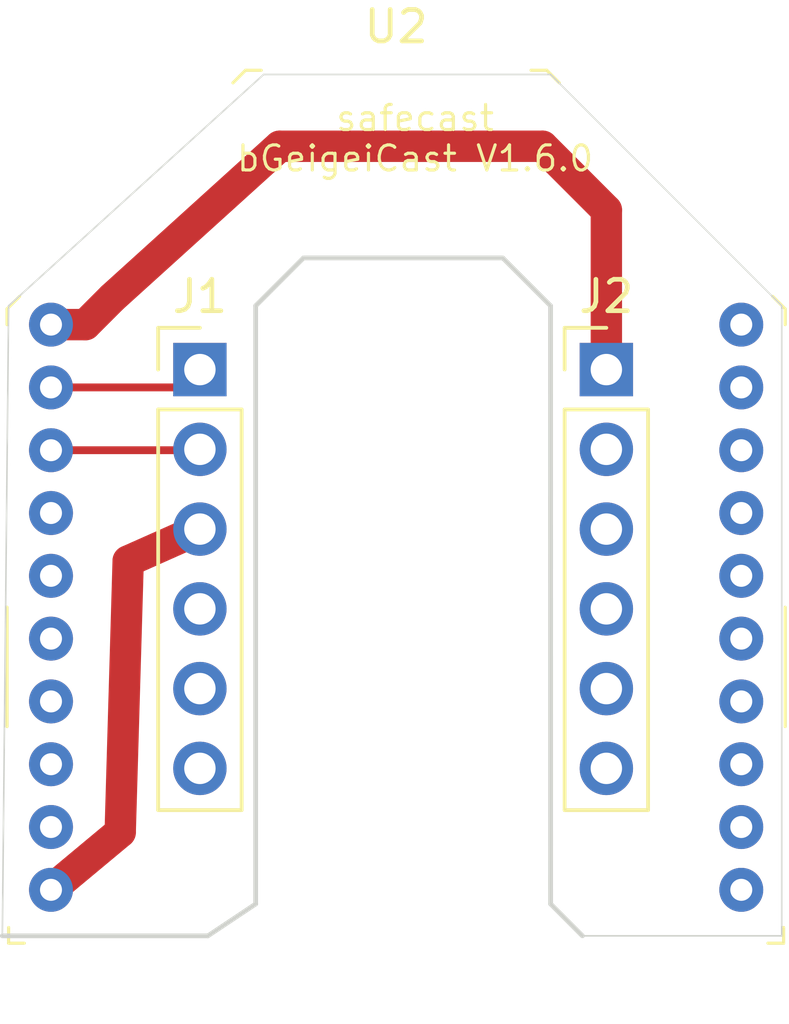
<source format=kicad_pcb>
(kicad_pcb (version 20230620) (generator pcbnew)
  (title_block (title "bGeigieCats StampS3 V1.6.0") (date "2023-07-24"))
  (layers (0 "F.Cu" signal "Top") (31 "B.Cu" signal "Bottom") (34 "B.Paste" user) (35 "F.Paste" user) (36 "B.SilkS" user "B.Silkscreen") (37 "F.SilkS" user "F.Silkscreen") (38 "B.Mask" user) (39 "F.Mask" user) (44 "Edge.Cuts" user))
  (net 0 "")
  (net 17 "Net-(J1-Pin_6)")
  (net 18 "Net-(J1-Pin_5)")
  (net 19 "Net-(J1-Pin_4)")
  (net 23 "Net-(J2-Pin_7)")
  (footprint "digikey-footprints:XBEE-20_THT" (layer "F.Cu") (at 148.4 108.35)
    (property "Reference" "U2" (at 0 -18.49 0) (layer "F.SilkS"))
    (property "Value" "XBEE-socket")
    (fp_line (start -12.4 -9.5) (end -12.4 -9) (stroke (width 0.1)) (layer "F.SilkS"))
    (fp_line (start -12.4 -9.5) (end -12 -9.9) (stroke (width 0.1)) (layer "F.SilkS"))
    (fp_line (start -12.4 0) (end -12.4 3.8) (stroke (width 0.1)) (layer "F.SilkS"))
    (fp_line (start -12.35 10.7) (end -12.35 10.2) (stroke (width 0.1)) (layer "F.SilkS"))
    (fp_line (start -12.35 10.7) (end -11.85 10.7) (stroke (width 0.1)) (layer "F.SilkS"))
    (fp_line (start -4.8 -17.1) (end -5.2 -16.7) (stroke (width 0.1)) (layer "F.SilkS"))
    (fp_line (start -4.8 -17.1) (end -4.3 -17.1) (stroke (width 0.1)) (layer "F.SilkS"))
    (fp_line (start 4.8 -17.1) (end 4.3 -17.1) (stroke (width 0.1)) (layer "F.SilkS"))
    (fp_line (start 4.8 -17.1) (end 5.2 -16.7) (stroke (width 0.1)) (layer "F.SilkS"))
    (fp_line (start 12.35 10.7) (end 11.85 10.7) (stroke (width 0.1)) (layer "F.SilkS"))
    (fp_line (start 12.35 10.7) (end 12.35 10.2) (stroke (width 0.1)) (layer "F.SilkS"))
    (fp_line (start 12.4 -9.5) (end 12 -9.9) (stroke (width 0.1)) (layer "F.SilkS"))
    (fp_line (start 12.4 -9.5) (end 12.4 -9) (stroke (width 0.1)) (layer "F.SilkS"))
    (fp_line (start 12.4 0) (end 12.4 3.8) (stroke (width 0.1)) (layer "F.SilkS"))
    (pad "1" thru_hole circle (at -11 -9) (size 1.4 1.4) (drill 0.7) (layers "*.Cu" "*.Mask") (net 23 "Net-(J2-Pin_7)"))
    (pad "2" thru_hole circle (at -11 -7) (size 1.4 1.4) (drill 0.7) (layers "*.Cu" "*.Mask") (net 17 "Net-(J1-Pin_6)"))
    (pad "3" thru_hole circle (at -11 -5) (size 1.4 1.4) (drill 0.7) (layers "*.Cu" "*.Mask") (net 18 "Net-(J1-Pin_5)"))
    (pad "4" thru_hole circle (at -11 -3) (size 1.4 1.4) (drill 0.7) (layers "*.Cu" "*.Mask"))
    (pad "5" thru_hole circle (at -11 -1) (size 1.4 1.4) (drill 0.7) (layers "*.Cu" "*.Mask"))
    (pad "6" thru_hole circle (at -11 1) (size 1.4 1.4) (drill 0.7) (layers "*.Cu" "*.Mask"))
    (pad "7" thru_hole circle (at -11 3) (size 1.4 1.4) (drill 0.7) (layers "*.Cu" "*.Mask"))
    (pad "8" thru_hole circle (at -11 5) (size 1.4 1.4) (drill 0.7) (layers "*.Cu" "*.Mask"))
    (pad "9" thru_hole circle (at -11 7) (size 1.4 1.4) (drill 0.7) (layers "*.Cu" "*.Mask"))
    (pad "10" thru_hole circle (at -11 9) (size 1.4 1.4) (drill 0.7) (layers "*.Cu" "*.Mask") (net 19 "Net-(J1-Pin_4)"))
    (pad "11" thru_hole circle (at 11 9) (size 1.4 1.4) (drill 0.7) (layers "*.Cu" "*.Mask"))
    (pad "12" thru_hole circle (at 11 7) (size 1.4 1.4) (drill 0.7) (layers "*.Cu" "*.Mask"))
    (pad "13" thru_hole circle (at 11 5) (size 1.4 1.4) (drill 0.7) (layers "*.Cu" "*.Mask"))
    (pad "14" thru_hole circle (at 11 3) (size 1.4 1.4) (drill 0.7) (layers "*.Cu" "*.Mask"))
    (pad "15" thru_hole circle (at 11 1) (size 1.4 1.4) (drill 0.7) (layers "*.Cu" "*.Mask"))
    (pad "16" thru_hole circle (at 11 -1) (size 1.4 1.4) (drill 0.7) (layers "*.Cu" "*.Mask"))
    (pad "17" thru_hole circle (at 11 -3) (size 1.4 1.4) (drill 0.7) (layers "*.Cu" "*.Mask"))
    (pad "18" thru_hole circle (at 11 -5) (size 1.4 1.4) (drill 0.7) (layers "*.Cu" "*.Mask"))
    (pad "19" thru_hole circle (at 11 -7) (size 1.4 1.4) (drill 0.7) (layers "*.Cu" "*.Mask"))
    (pad "20" thru_hole circle (at 11 -9) (size 1.4 1.4) (drill 0.7) (layers "*.Cu" "*.Mask"))
  )
  (footprint "Connector_PinHeader_2.54mm:PinHeader_1x06_P2.54mm_Vertical" (layer "F.Cu") (at 142.146 100.782)
    (property "Reference" "J1" (at 0 -2.33 0) (layer "F.SilkS"))
    (property "Value" "Left")
    (fp_line (start -1.33 -1.33) (end 0 -1.33) (stroke (width 0.12)) (layer "F.SilkS"))
    (fp_line (start -1.33 0) (end -1.33 -1.33) (stroke (width 0.12)) (layer "F.SilkS"))
    (fp_line (start -1.33 1.27) (end -1.33 14.03) (stroke (width 0.12)) (layer "F.SilkS"))
    (fp_line (start -1.33 1.27) (end 1.33 1.27) (stroke (width 0.12)) (layer "F.SilkS"))
    (fp_line (start -1.33 14.03) (end 1.33 14.03) (stroke (width 0.12)) (layer "F.SilkS"))
    (fp_line (start 1.33 1.27) (end 1.33 14.03) (stroke (width 0.12)) (layer "F.SilkS"))
    (pad "1" thru_hole rect (at 0 0) (size 1.7 1.7) (drill 1) (layers "*.Cu" "*.Mask") (net 17 "Net-(J1-Pin_6)"))
    (pad "2" thru_hole oval (at 0 2.54) (size 1.7 1.7) (drill 1) (layers "*.Cu" "*.Mask") (net 18 "Net-(J1-Pin_5)"))
    (pad "3" thru_hole oval (at 0 5.08) (size 1.7 1.7) (drill 1) (layers "*.Cu" "*.Mask") (net 19 "Net-(J1-Pin_4)"))
    (pad "4" thru_hole oval (at 0 7.62) (size 1.7 1.7) (drill 1) (layers "*.Cu" "*.Mask"))
    (pad "5" thru_hole oval (at 0 10.16) (size 1.7 1.7) (drill 1) (layers "*.Cu" "*.Mask"))
    (pad "6" thru_hole oval (at 0 12.7) (size 1.7 1.7) (drill 1) (layers "*.Cu" "*.Mask"))
  )
  (footprint "Connector_PinHeader_2.54mm:PinHeader_1x06_P2.54mm_Vertical" (layer "F.Cu") (at 155.1 100.782)
    (property "Reference" "J2" (at 0 -2.33 0) (layer "F.SilkS"))
    (property "Value" "Right")
    (fp_line (start -1.33 -1.33) (end 0 -1.33) (stroke (width 0.12)) (layer "F.SilkS"))
    (fp_line (start -1.33 0) (end -1.33 -1.33) (stroke (width 0.12)) (layer "F.SilkS"))
    (fp_line (start -1.33 1.27) (end -1.33 14.03) (stroke (width 0.12)) (layer "F.SilkS"))
    (fp_line (start -1.33 1.27) (end 1.33 1.27) (stroke (width 0.12)) (layer "F.SilkS"))
    (fp_line (start -1.33 14.03) (end 1.33 14.03) (stroke (width 0.12)) (layer "F.SilkS"))
    (fp_line (start 1.33 1.27) (end 1.33 14.03) (stroke (width 0.12)) (layer "F.SilkS"))
    (pad "7" thru_hole rect (at 0 0) (size 1.7 1.7) (drill 1) (layers "*.Cu" "*.Mask") (net 23 "Net-(J2-Pin_7)"))
    (pad "8" thru_hole oval (at 0 2.54) (size 1.7 1.7) (drill 1) (layers "*.Cu" "*.Mask"))
    (pad "9" thru_hole oval (at 0 5.08) (size 1.7 1.7) (drill 1) (layers "*.Cu" "*.Mask"))
    (pad "10" thru_hole oval (at 0 7.62) (size 1.7 1.7) (drill 1) (layers "*.Cu" "*.Mask"))
    (pad "11" thru_hole oval (at 0 10.16) (size 1.7 1.7) (drill 1) (layers "*.Cu" "*.Mask"))
    (pad "12" thru_hole oval (at 0 12.7) (size 1.7 1.7) (drill 1) (layers "*.Cu" "*.Mask"))
  )
  (gr_line (start 153.322 98.75) (end 151.798 97.226) (stroke (width 0.15)) (layer "Edge.Cuts"))
  (gr_line (start 136.05 98.75) (end 135.85 118.816) (stroke (width 0.05)) (layer "Edge.Cuts"))
  (gr_line (start 142.4 118.816) (end 135.85 118.816) (stroke (width 0.15)) (layer "Edge.Cuts"))
  (gr_line (start 160.688 118.816) (end 160.688 98.75) (stroke (width 0.05)) (layer "Edge.Cuts"))
  (gr_line (start 154.338 118.816) (end 160.688 118.816) (stroke (width 0.05)) (layer "Edge.Cuts"))
  (gr_line (start 144.178 91.384) (end 136.05 98.75) (stroke (width 0.05)) (layer "Edge.Cuts"))
  (gr_line (start 143.924 98.75) (end 143.924 117.8) (stroke (width 0.15)) (layer "Edge.Cuts"))
  (gr_line (start 153.322 91.384) (end 144.178 91.384) (stroke (width 0.05)) (layer "Edge.Cuts"))
  (gr_line (start 153.322 98.75) (end 153.32404 117.8) (stroke (width 0.15)) (layer "Edge.Cuts"))
  (gr_line (start 153.32404 117.8) (end 154.338 118.816) (stroke (width 0.15)) (layer "Edge.Cuts"))
  (gr_line (start 151.798 97.226) (end 145.448 97.226) (stroke (width 0.15)) (layer "Edge.Cuts"))
  (gr_line (start 142.4 118.816) (end 143.924 117.8) (stroke (width 0.15)) (layer "Edge.Cuts"))
  (gr_line (start 143.924 98.75) (end 145.448 97.226) (stroke (width 0.15)) (layer "Edge.Cuts"))
  (gr_line (start 160.688 98.75) (end 153.322 91.384) (stroke (width 0.05)) (layer "Edge.Cuts"))
  (gr_text "safecast\nbGeigeiCast V1.6.0" (at 149.004 93.416 0) (layer "F.SilkS") (effects (font (size 0.8 0.8) (thickness 0.1))))
  (segment (start 141.578 101.35) (end 142.146 100.782) (width 0.25) (layer "F.Cu") (net 17))
  (segment (start 137.4 101.35) (end 141.578 101.35) (width 0.25) (layer "F.Cu") (net 17))
  (segment (start 142.118 103.35) (end 142.146 103.322) (width 0.25) (layer "F.Cu") (net 18))
  (segment (start 137.4 103.35) (end 142.118 103.35) (width 0.25) (layer "F.Cu") (net 18))
  (segment (start 137.428 103.322) (end 137.4 103.35) (width 0.25) (layer "B.Cu") (net 18))
  (segment (start 137.4 117.35) (end 139.606 115.514) (width 1) (layer "F.Cu") (net 19))
  (segment (start 139.86 106.878) (end 142.146 105.862) (width 1) (layer "F.Cu") (net 19))
  (segment (start 139.606 115.514) (end 139.86 106.878) (width 1) (layer "F.Cu") (net 19))
  (segment (start 144.686 93.67) (end 153.068 93.67) (width 1) (layer "F.Cu") (net 23))
  (segment (start 138.498 99.35) (end 139.352 98.496) (width 1) (layer "F.Cu") (net 23))
  (segment (start 137.4 99.35) (end 138.498 99.35) (width 1) (layer "F.Cu") (net 23))
  (segment (start 139.352 98.496) (end 144.686 93.67) (width 1) (layer "F.Cu") (net 23))
  (segment (start 155.1 95.702) (end 155.1 100.782) (width 1) (layer "F.Cu") (net 23))
  (segment (start 153.068 93.67) (end 155.1 95.702) (width 1) (layer "F.Cu") (net 23))
)
</source>
